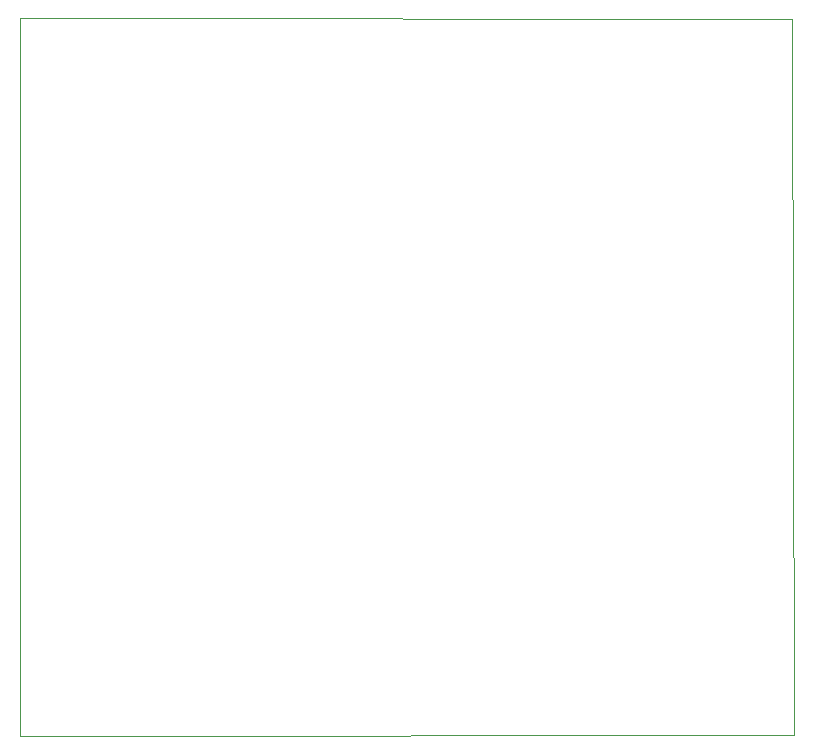
<source format=gbr>
G04 #@! TF.GenerationSoftware,KiCad,Pcbnew,(5.1.2)-2*
G04 #@! TF.CreationDate,2021-12-06T22:39:02-05:00*
G04 #@! TF.ProjectId,raspi_pico_christmas_tree,72617370-695f-4706-9963-6f5f63687269,rev?*
G04 #@! TF.SameCoordinates,Original*
G04 #@! TF.FileFunction,Profile,NP*
%FSLAX46Y46*%
G04 Gerber Fmt 4.6, Leading zero omitted, Abs format (unit mm)*
G04 Created by KiCad (PCBNEW (5.1.2)-2) date 2021-12-06 22:39:02*
%MOMM*%
%LPD*%
G04 APERTURE LIST*
%ADD10C,0.100000*%
G04 APERTURE END LIST*
D10*
X163900000Y-123400000D02*
X163800000Y-62800000D01*
X98400000Y-123500000D02*
X163900000Y-123400000D01*
X98400000Y-62700000D02*
X98400000Y-123500000D01*
X163800000Y-62800000D02*
X98400000Y-62700000D01*
M02*

</source>
